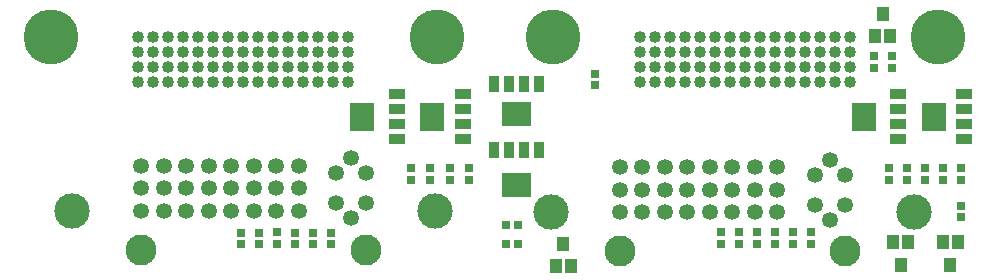
<source format=gbs>
G04 Layer_Color=16711935*
%FSLAX25Y25*%
%MOIN*%
G70*
G01*
G75*
%ADD40C,0.18300*%
%ADD41C,0.04000*%
%ADD42C,0.05300*%
%ADD43C,0.10300*%
%ADD44C,0.11800*%
%ADD45R,0.03162X0.02769*%
%ADD46R,0.03956X0.04743*%
%ADD47R,0.02769X0.03162*%
%ADD48R,0.05724X0.03284*%
%ADD49R,0.08008X0.02654*%
%ADD50R,0.03284X0.05724*%
%ADD51R,0.02654X0.08008*%
D40*
X306500Y80709D02*
D03*
X178000D02*
D03*
X139300D02*
D03*
X10800D02*
D03*
D41*
X277000Y65709D02*
D03*
X207000D02*
D03*
Y70709D02*
D03*
X277000D02*
D03*
Y75709D02*
D03*
X207000D02*
D03*
Y80709D02*
D03*
X277000D02*
D03*
X212000Y65709D02*
D03*
X217000D02*
D03*
X222000D02*
D03*
X227000D02*
D03*
X232000D02*
D03*
X237000D02*
D03*
X242000D02*
D03*
X247000D02*
D03*
X252000D02*
D03*
X257000D02*
D03*
X262000D02*
D03*
X267000D02*
D03*
X272000D02*
D03*
Y70709D02*
D03*
X267000D02*
D03*
X262000D02*
D03*
X257000D02*
D03*
X252000D02*
D03*
X247000D02*
D03*
X242000D02*
D03*
X237000D02*
D03*
X232000D02*
D03*
X227000D02*
D03*
X222000D02*
D03*
X217000D02*
D03*
X212000D02*
D03*
Y75709D02*
D03*
X217000D02*
D03*
X222000D02*
D03*
X227000D02*
D03*
X232000D02*
D03*
X237000D02*
D03*
X242000D02*
D03*
X247000D02*
D03*
X252000D02*
D03*
X257000D02*
D03*
X262000D02*
D03*
X267000D02*
D03*
X272000D02*
D03*
Y80709D02*
D03*
X267000D02*
D03*
X262000D02*
D03*
X257000D02*
D03*
X252000D02*
D03*
X247000D02*
D03*
X242000D02*
D03*
X237000D02*
D03*
X232000D02*
D03*
X227000D02*
D03*
X222000D02*
D03*
X217000D02*
D03*
X212000D02*
D03*
X109800Y65709D02*
D03*
X39800D02*
D03*
Y70709D02*
D03*
X109800D02*
D03*
Y75709D02*
D03*
X39800D02*
D03*
Y80709D02*
D03*
X109800D02*
D03*
X44800Y65709D02*
D03*
X49800D02*
D03*
X54800D02*
D03*
X59800D02*
D03*
X64800D02*
D03*
X69800D02*
D03*
X74800D02*
D03*
X79800D02*
D03*
X84800D02*
D03*
X89800D02*
D03*
X94800D02*
D03*
X99800D02*
D03*
X104800D02*
D03*
Y70709D02*
D03*
X99800D02*
D03*
X94800D02*
D03*
X89800D02*
D03*
X84800D02*
D03*
X79800D02*
D03*
X74800D02*
D03*
X69800D02*
D03*
X64800D02*
D03*
X59800D02*
D03*
X54800D02*
D03*
X49800D02*
D03*
X44800D02*
D03*
Y75709D02*
D03*
X49800D02*
D03*
X54800D02*
D03*
X59800D02*
D03*
X64800D02*
D03*
X69800D02*
D03*
X74800D02*
D03*
X79800D02*
D03*
X84800D02*
D03*
X89800D02*
D03*
X94800D02*
D03*
X99800D02*
D03*
X104800D02*
D03*
Y80709D02*
D03*
X99800D02*
D03*
X94800D02*
D03*
X89800D02*
D03*
X84800D02*
D03*
X79800D02*
D03*
X74800D02*
D03*
X69800D02*
D03*
X64800D02*
D03*
X59800D02*
D03*
X54800D02*
D03*
X49800D02*
D03*
X44800D02*
D03*
D42*
X105868Y25409D02*
D03*
X110868Y20409D02*
D03*
X115868Y25409D02*
D03*
X115868Y35409D02*
D03*
X110868Y40409D02*
D03*
X105868Y35409D02*
D03*
X40868Y37909D02*
D03*
X63368D02*
D03*
X78368D02*
D03*
X85868D02*
D03*
X55868Y30409D02*
D03*
X48368D02*
D03*
X40868Y22909D02*
D03*
X48368D02*
D03*
X70868D02*
D03*
X85868Y22909D02*
D03*
X93368Y30409D02*
D03*
X85868D02*
D03*
X78368Y30409D02*
D03*
X70868D02*
D03*
X63368Y30409D02*
D03*
X40868D02*
D03*
X93368Y37909D02*
D03*
X70868D02*
D03*
X55868D02*
D03*
X48368D02*
D03*
X55868Y22909D02*
D03*
X63368D02*
D03*
X78368Y22909D02*
D03*
X93368Y22909D02*
D03*
X265303Y24959D02*
D03*
X270303Y19959D02*
D03*
X275303Y24959D02*
D03*
Y34959D02*
D03*
X270303Y39959D02*
D03*
X265303Y34959D02*
D03*
X200303Y37459D02*
D03*
X222803D02*
D03*
X237803D02*
D03*
X245303D02*
D03*
X215303Y29959D02*
D03*
X207803D02*
D03*
X200303Y22459D02*
D03*
X207803D02*
D03*
X230303D02*
D03*
X245303D02*
D03*
X252803Y29959D02*
D03*
X245303D02*
D03*
X237803D02*
D03*
X230303D02*
D03*
X222803D02*
D03*
X200303Y29959D02*
D03*
X252803Y37459D02*
D03*
X230303D02*
D03*
X215303D02*
D03*
X207803D02*
D03*
X215303Y22459D02*
D03*
X222803D02*
D03*
X237803D02*
D03*
X252803D02*
D03*
D43*
X115868Y9909D02*
D03*
X40868D02*
D03*
X275303Y9459D02*
D03*
X200303D02*
D03*
D44*
X138868Y22909D02*
D03*
X17868D02*
D03*
X298303Y22459D02*
D03*
X177303D02*
D03*
D45*
X192000Y64740D02*
D03*
Y68677D02*
D03*
X314000Y37177D02*
D03*
Y33240D02*
D03*
X302000Y37177D02*
D03*
Y33240D02*
D03*
X290000Y37177D02*
D03*
Y33240D02*
D03*
X314000Y24677D02*
D03*
Y20740D02*
D03*
X284941Y74417D02*
D03*
Y70480D02*
D03*
X290941Y74417D02*
D03*
Y70480D02*
D03*
X308000Y33240D02*
D03*
Y37177D02*
D03*
X296000Y33240D02*
D03*
Y37177D02*
D03*
X252053Y11803D02*
D03*
Y15740D02*
D03*
X258053D02*
D03*
Y11803D02*
D03*
X264053Y15740D02*
D03*
Y11803D02*
D03*
X234053D02*
D03*
Y15740D02*
D03*
X240053Y11803D02*
D03*
Y15740D02*
D03*
X246053Y11803D02*
D03*
Y15740D02*
D03*
X137168Y33240D02*
D03*
Y37177D02*
D03*
X143668Y33240D02*
D03*
Y37177D02*
D03*
X130668D02*
D03*
Y33240D02*
D03*
X150168Y37177D02*
D03*
Y33240D02*
D03*
X80218Y11709D02*
D03*
Y15646D02*
D03*
X74218Y11709D02*
D03*
Y15646D02*
D03*
X104218D02*
D03*
Y11709D02*
D03*
X98218Y15646D02*
D03*
Y11709D02*
D03*
X92218D02*
D03*
Y15646D02*
D03*
X86168Y11772D02*
D03*
Y15709D02*
D03*
D46*
X287941Y88689D02*
D03*
X285382Y81209D02*
D03*
X290500D02*
D03*
X294000Y4969D02*
D03*
X296559Y12449D02*
D03*
X291441D02*
D03*
X310500Y4969D02*
D03*
X313059Y12449D02*
D03*
X307941D02*
D03*
X181500Y11949D02*
D03*
X178941Y4468D02*
D03*
X184059D02*
D03*
D47*
X162531Y11709D02*
D03*
X166469D02*
D03*
X162531Y18209D02*
D03*
X166469D02*
D03*
D48*
X293176Y61709D02*
D03*
X315224D02*
D03*
X293176Y56709D02*
D03*
X315224D02*
D03*
X293176Y51709D02*
D03*
X315224D02*
D03*
X293176Y46709D02*
D03*
X315224D02*
D03*
X125976Y61709D02*
D03*
X148024D02*
D03*
X125976Y56709D02*
D03*
X148024D02*
D03*
X125976Y51709D02*
D03*
X148024D02*
D03*
X125976Y46709D02*
D03*
X148024D02*
D03*
D49*
X305066Y50759D02*
D03*
Y53059D02*
D03*
Y55359D02*
D03*
Y57659D02*
D03*
X281680D02*
D03*
Y55359D02*
D03*
Y53059D02*
D03*
Y50759D02*
D03*
X137866Y50759D02*
D03*
Y53059D02*
D03*
Y55359D02*
D03*
Y57659D02*
D03*
X114480D02*
D03*
Y55359D02*
D03*
Y53059D02*
D03*
Y50759D02*
D03*
D50*
X158500Y43185D02*
D03*
Y65232D02*
D03*
X163500Y43185D02*
D03*
Y65232D02*
D03*
X168500Y43185D02*
D03*
Y65232D02*
D03*
X173500Y43185D02*
D03*
Y65232D02*
D03*
D51*
X169450Y55075D02*
D03*
X167150D02*
D03*
X164850D02*
D03*
X162550D02*
D03*
Y31689D02*
D03*
X164850D02*
D03*
X167150D02*
D03*
X169450D02*
D03*
M02*

</source>
